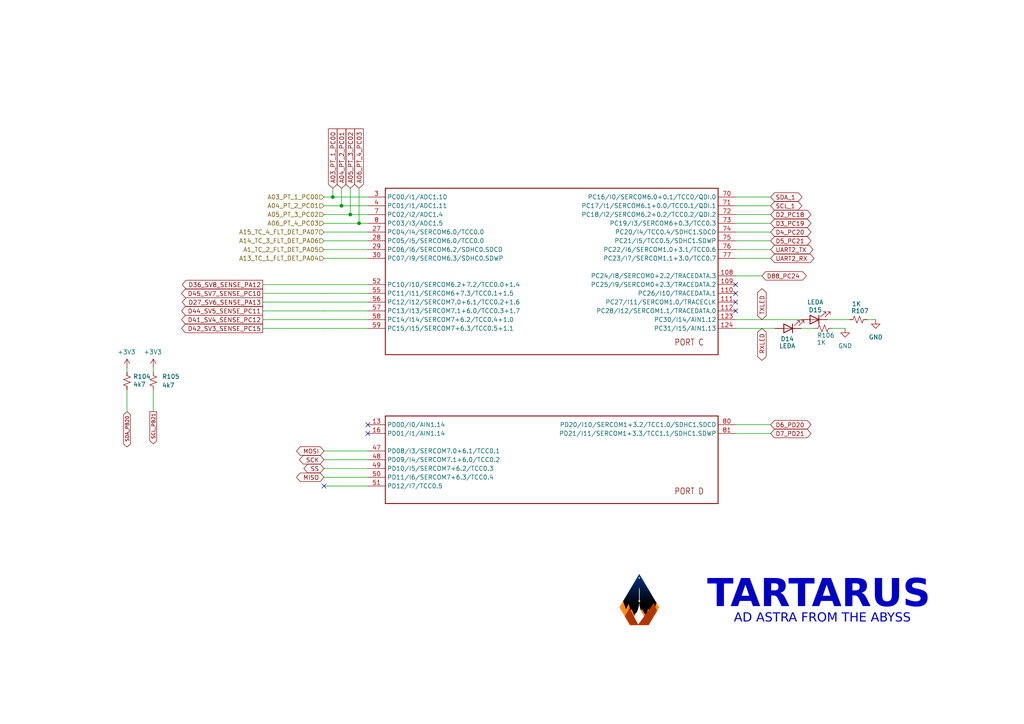
<source format=kicad_sch>
(kicad_sch (version 20250114) (generator "eeschema") (generator_version "9.0")
  (paper "A4")
  (lib_symbols
    (symbol "Adafruit Grand Central M4 Express rev B-eagle-import:SAMD51PXXA"
      (symbol "SAMD51PXXA_1_0"
        (polyline (pts (xy -55.88 22.86) (xy 55.88 22.86)) (stroke (width 0.254)))
        (polyline (pts (xy -55.88 -22.86) (xy -55.88 22.86)) (stroke (width 0.254)))
        (polyline (pts (xy 55.88 22.86) (xy 55.88 -22.86)) (stroke (width 0.254)))
        (polyline (pts (xy 55.88 -22.86) (xy -55.88 -22.86)) (stroke (width 0.254)))
        (text "PORT A" (at 45.72 -20.32 0) (effects (font (size 1.778 1.5113)) (justify left bottom)))
        (pin bidirectional line (at -60.96 20.32 0) (length 5.08) (name "PA00/I0/SERCOM1.0/TC2.0") (number "1"))
        (pin bidirectional line (at -60.96 17.78 0) (length 5.08) (name "PA01/I1/SERCOM1.1/TC2.1") (number "2"))
        (pin bidirectional line (at -60.96 15.24 0) (length 5.08) (name "PA02/I2/AIN0.0/VOUT0") (number "9"))
        (pin bidirectional line (at -60.96 12.7 0) (length 5.08) (name "PA03/I3/VREFA/AIN0.1") (number "10"))
        (pin bidirectional line (at -60.96 10.16 0) (length 5.08) (name "PA04/I4/VREFB/AIN0.4/SERCOM0.1/TC0.0/PTC") (number "21"))
        (pin bidirectional line (at -60.96 7.62 0) (length 5.08) (name "PA05/I5/AIN0.5/VOUT1/SERCOM0.2/TC0.1") (number "22"))
        (pin bidirectional line (at -60.96 5.08 0) (length 5.08) (name "PA06/I6/VREFC/AIN0.6/SERCOM0.1/TC1.0/PTC") (number "23"))
        (pin bidirectional line (at -60.96 2.54 0) (length 5.08) (name "PA07/I7/AIN0.7/SERCOM0.1/TC1.1/PTC") (number "24"))
        (pin bidirectional line (at -60.96 -2.54 0) (length 5.08) (name "PA08/I2C/AIN0.8+1.2/SERCOM0.0+2.1/I2SMCK1/TC0.0+TCC0.0+1.4/PTC") (number "33"))
        (pin bidirectional line (at -60.96 -5.08 0) (length 5.08) (name "PA09/I2C/I9/AIN0.9+1.3/SERCOM0.1+2.0/I2SFS0/TC0.1+TCC0.1+1.5/PTC") (number "34"))
        (pin bidirectional line (at -60.96 -7.62 0) (length 5.08) (name "PA10/I10/AIN0.10/SERCOM0+2.2/I2SCK1/TC1.0+TCC0.2+1.6/PTC") (number "35"))
        (pin bidirectional line (at -60.96 -10.16 0) (length 5.08) (name "PA11/I11/AIN0.11/SERCOM0+2.3/I2SDO/TC1.1+TCC0.3+1.7") (number "36"))
        (pin bidirectional line (at -60.96 -12.7 0) (length 5.08) (name "PA12/I12/I2C/SERCOM2.0+4.1/TC2.0+TCC0.7+1.3") (number "60"))
        (pin bidirectional line (at -60.96 -15.24 0) (length 5.08) (name "PA13/I13/I2C/SERCOM2.1+4.0/TC2.1+TCC0.7+1.3") (number "61"))
        (pin bidirectional line (at -60.96 -17.78 0) (length 5.08) (name "PA14/I14/SERCOM2+4.2/TC3.0+TCC2.0+1.2") (number "62"))
        (pin bidirectional line (at -60.96 -20.32 0) (length 5.08) (name "PA15/I15/SERCOM2+4.3/TC3.1+TCC2.1+1.3") (number "63"))
        (pin bidirectional line (at 60.96 20.32 180) (length 5.08) (name "PA16/I2C/I0/SERCOM1.0+3.1/TC2.0+TCC1.0+0.4/PTC") (number "66"))
        (pin bidirectional line (at 60.96 17.78 180) (length 5.08) (name "PA17/I2C/I1/SERCOM1.1+3.0/TC2.1+TCC1.1+0.5/PTC") (number "67"))
        (pin bidirectional line (at 60.96 15.24 180) (length 5.08) (name "PA18/I2/SERCOM1+3.2/TC3.0+TCC1.2+0.6/PTC") (number "68"))
        (pin bidirectional line (at 60.96 12.7 180) (length 5.08) (name "PA19/I3/SERCOM1+3.3/TC3.1+TCC1.3+0.7/PTC") (number "69"))
        (pin bidirectional line (at 60.96 10.16 180) (length 5.08) (name "PA20/I4/SERCOM3+5.2/I2SFS0/TC7.0+TCC1.4+0.0/PTC") (number "88"))
        (pin bidirectional line (at 60.96 7.62 180) (length 5.08) (name "PA21/I5/SERCOM3+5.3/I2SDO/TC7.1+TCC1.5+0.1/PTC") (number "89"))
        (pin bidirectional line (at 60.96 5.08 180) (length 5.08) (name "PA22/I2C/16/SERCOM3.0+5.1/I2SDI/TC4.0+TCC1.6+0.2/PTC") (number "92"))
        (pin bidirectional line (at 60.96 2.54 180) (length 5.08) (name "PA23/I2C/I7/SERCOM3.1+5.0/SOF/I2SFS1/TC4.1+TCC1.7+0.3/PTC") (number "93"))
        (pin bidirectional line (at 60.96 -2.54 180) (length 5.08) (name "PA24/I8/SERCOM3+5.2/D-") (number "94"))
        (pin bidirectional line (at 60.96 -5.08 180) (length 5.08) (name "PA25/19/SERCOM3+5.3/D+") (number "95"))
        (pin bidirectional line (at 60.96 -7.62 180) (length 5.08) (name "PA27/I11") (number "113"))
        (pin bidirectional line (at 60.96 -10.16 180) (length 5.08) (name "PA30/I14/SERCOM1.2/SWCLK") (number "119"))
        (pin bidirectional line (at 60.96 -12.7 180) (length 5.08) (name "PA31/I15/SERCOM1.3/SWDIO") (number "120"))
      )
      (symbol "SAMD51PXXA_2_0"
        (polyline (pts (xy -53.34 22.86) (xy 50.8 22.86)) (stroke (width 0.254)))
        (polyline (pts (xy -53.34 -27.94) (xy -53.34 22.86)) (stroke (width 0.254)))
        (polyline (pts (xy 50.8 22.86) (xy 50.8 -27.94)) (stroke (width 0.254)))
        (polyline (pts (xy 50.8 -27.94) (xy -53.34 -27.94)) (stroke (width 0.254)))
        (text "PORT B" (at 38.1 -25.4 0) (effects (font (size 1.778 1.5113)) (justify left bottom)))
        (pin bidirectional line (at -58.42 20.32 0) (length 5.08) (name "PB00/I0/AIN0.12/SERCOM5.2/TC7.0/PTC") (number "125"))
        (pin bidirectional line (at -58.42 17.78 0) (length 5.08) (name "PB01/I1/AIN0.13/SERCOM5.3/TC7.1/PTC") (number "126"))
        (pin bidirectional line (at -58.42 15.24 0) (length 5.08) (name "PB02/I2/AIN0.14/SERCOM5.0/TC6.0+TCC2.2/PTC") (number "127"))
        (pin bidirectional line (at -58.42 12.7 0) (length 5.08) (name "PB03/I3/AIN0.15/SERCOM5.1/TC6.1/PTC") (number "128"))
        (pin bidirectional line (at -58.42 10.16 0) (length 5.08) (name "PB04/I4/AIN1.6/PTC") (number "11"))
        (pin bidirectional line (at -58.42 7.62 0) (length 5.08) (name "PB05/I5/AIN1/7/PTC") (number "12"))
        (pin bidirectional line (at -58.42 5.08 0) (length 5.08) (name "PB06/I6/AIN1.8/PTC") (number "17"))
        (pin bidirectional line (at -58.42 2.54 0) (length 5.08) (name "PB07/I7/AIN1.9/PTC") (number "18"))
        (pin bidirectional line (at -58.42 -2.54 0) (length 5.08) (name "PB08/I8/AIN0.2+1.0/SERCOM4.0/TC4.0/PTC") (number "19"))
        (pin bidirectional line (at -58.42 -5.08 0) (length 5.08) (name "PB09/I9/AIN0.3+1.1/SERCOM4.1/TC4.0/PTC") (number "20"))
        (pin bidirectional line (at -58.42 -7.62 0) (length 5.08) (name "PB10/I10/SERCOM4.2/I2SDI/TC5.0+TCC0.4+1.0") (number "39"))
        (pin bidirectional line (at -58.42 -10.16 0) (length 5.08) (name "PB11/I11/SERCOM4.3/I2SFS1/TC5.1+TCC0.5+1.1") (number "40"))
        (pin bidirectional line (at -58.42 -12.7 0) (length 5.08) (name "PB12/I12/SERCOM4.0/I2SCK1/TC4.0+TCC3.0+0.1/PTC") (number "41"))
        (pin bidirectional line (at -58.42 -15.24 0) (length 5.08) (name "PB13/I13/SERCOM4.1/I2SMCK1/TC4.1+TCC3.1+0.1/PTC") (number "42"))
        (pin bidirectional line (at -58.42 -17.78 0) (length 5.08) (name "PB14/I14/SERCOM4.2/PCC8/TC5.0+TCC4.0+0.2/PTC") (number "43"))
        (pin bidirectional line (at -58.42 -20.32 0) (length 5.08) (name "PB15/I15/SERCOM4.3/PCC9/TC5.1/TCC4.1+0.3/PTC") (number "44"))
        (pin bidirectional line (at 55.88 20.32 180) (length 5.08) (name "PB16/I0/SERCOM5.0/I2SCK0/TC6.0+TCC3.0+0.4") (number "82"))
        (pin bidirectional line (at 55.88 17.78 180) (length 5.08) (name "PB17/SERCOM5.1/I2SMCK0/TC6.1+TCC3.1+0.5") (number "83"))
        (pin bidirectional line (at 55.88 15.24 180) (length 5.08) (name "PB18/I2/SERCOM5+7.2/TCC1.0+QDI.0") (number "84"))
        (pin bidirectional line (at 55.88 12.7 180) (length 5.08) (name "PB19/I3/SERCOM5+7.3/CC1.1/QDI.1") (number "85"))
        (pin bidirectional line (at 55.88 10.16 180) (length 5.08) (name "PB20/I4/SERCOM3.0+7.1/TCC1.2/QDI.2") (number "86"))
        (pin bidirectional line (at 55.88 7.62 180) (length 5.08) (name "PB21/SERCOM3.1+7.0/TCC1.3") (number "87"))
        (pin bidirectional line (at 55.88 5.08 180) (length 5.08) (name "PB22/I6/SERCOM1+5.2/TC7.0/QDI.2") (number "98"))
        (pin bidirectional line (at 55.88 2.54 180) (length 5.08) (name "PB23/I7/SERCOM1+5.3/TC7.1/QDI.0") (number "99"))
        (pin bidirectional line (at 55.88 -2.54 180) (length 5.08) (name "PB24/I8/SERCOM0.0+2.1/QDI.1") (number "100"))
        (pin bidirectional line (at 55.88 -5.08 180) (length 5.08) (name "PB25/SERCOM0.1+2.0/QDI.2") (number "101"))
        (pin bidirectional line (at 55.88 -7.62 180) (length 5.08) (name "PB26/I12/SERCOM2.0+4.1/TCC1.3") (number "102"))
        (pin bidirectional line (at 55.88 -10.16 180) (length 5.08) (name "PB27/I13/SERCOM2.1+4.0/TCC1.3") (number "103"))
        (pin bidirectional line (at 55.88 -12.7 180) (length 5.08) (name "PB28/I14/SEROM2+4.2/TCC1.4/I2SSCK.1") (number "104"))
        (pin bidirectional line (at 55.88 -15.24 180) (length 5.08) (name "PB29/I15/SERCOM2+4.3/TCC1.5/I2SMCK.1") (number "105"))
        (pin bidirectional line (at 55.88 -17.78 180) (length 5.08) (name "PB30/I14/SERCOM5.1/TC0.0+TCC4.0+0.6/SWO") (number "121"))
        (pin bidirectional line (at 55.88 -20.32 180) (length 5.08) (name "PB31/I15/SERCOM5.0/TC0.1+TCC4.1+0.7") (number "122"))
      )
      (symbol "SAMD51PXXA_3_0"
        (polyline (pts (xy -50.8 17.78) (xy 45.72 17.78)) (stroke (width 0.254)))
        (polyline (pts (xy -50.8 -30.48) (xy -50.8 17.78)) (stroke (width 0.254)))
        (polyline (pts (xy 45.72 17.78) (xy 45.72 -30.48)) (stroke (width 0.254)))
        (polyline (pts (xy 45.72 -30.48) (xy -50.8 -30.48)) (stroke (width 0.254)))
        (text "PORT C" (at 33.02 -27.94 0) (effects (font (size 1.778 1.5113)) (justify left bottom)))
        (pin bidirectional line (at -55.88 15.24 0) (length 5.08) (name "PC00/I1/ADC1.10") (number "3"))
        (pin bidirectional line (at -55.88 12.7 0) (length 5.08) (name "PC01/I1/ADC1.11") (number "4"))
        (pin bidirectional line (at -55.88 10.16 0) (length 5.08) (name "PC02/I2/ADC1.4") (number "7"))
        (pin bidirectional line (at -55.88 7.62 0) (length 5.08) (name "PC03/I3/ADC1.5") (number "8"))
        (pin bidirectional line (at -55.88 5.08 0) (length 5.08) (name "PC04/I4/SERCOM6.0/TCC0.0") (number "27"))
        (pin bidirectional line (at -55.88 2.54 0) (length 5.08) (name "PC05/I5/SERCOM6.0/TCC0.0") (number "28"))
        (pin bidirectional line (at -55.88 0 0) (length 5.08) (name "PC06/I6/SERCOM6.2/SDHC0.SDCD") (number "29"))
        (pin bidirectional line (at -55.88 -2.54 0) (length 5.08) (name "PC07/I9/SERCOM6.3/SDHC0.SDWP") (number "30"))
        (pin bidirectional line (at -55.88 -10.16 0) (length 5.08) (name "PC10/I10/SERCOM6.2+7.2/TCC0.0+1.4") (number "52"))
        (pin bidirectional line (at -55.88 -12.7 0) (length 5.08) (name "PC11/I11/SERCOM6+7.3/TCC0.1+1.5") (number "55"))
        (pin bidirectional line (at -55.88 -15.24 0) (length 5.08) (name "PC12/I12/SERCOM7.0+6.1/TCC0.2+1.6") (number "56"))
        (pin bidirectional line (at -55.88 -17.78 0) (length 5.08) (name "PC13/I13/SERCOM7.1+6.0/TCC0.3+1.7") (number "57"))
        (pin bidirectional line (at -55.88 -20.32 0) (length 5.08) (name "PC14/I14/SERCOM7+6.2/TCC0.4+1.0") (number "58"))
        (pin bidirectional line (at -55.88 -22.86 0) (length 5.08) (name "PC15/I15/SERCOM7+6.3/TCC0.5+1.1") (number "59"))
        (pin bidirectional line (at 50.8 15.24 180) (length 5.08) (name "PC16/I0/SERCOM6.0+0.1/TCC0/QDI.0") (number "70"))
        (pin bidirectional line (at 50.8 12.7 180) (length 5.08) (name "PC17/I1/SERCOM6.1+0.0/TCC0.1/QDI.1") (number "71"))
        (pin bidirectional line (at 50.8 10.16 180) (length 5.08) (name "PC18/I2/SERCOM6.2+0.2/TCC0.2/QDI.2") (number "72"))
        (pin bidirectional line (at 50.8 7.62 180) (length 5.08) (name "PC19/I3/SERCOM6+0.3/TCC0.3") (number "73"))
        (pin bidirectional line (at 50.8 5.08 180) (length 5.08) (name "PC20/I4/TCC0.4/SDHC1.SDCD") (number "74"))
        (pin bidirectional line (at 50.8 2.54 180) (length 5.08) (name "PC21/I5/TCC0.5/SDHC1.SDWP") (number "75"))
        (pin bidirectional line (at 50.8 0 180) (length 5.08) (name "PC22/I6/SERCOM1.0+3.1/TCC0.6") (number "76"))
        (pin bidirectional line (at 50.8 -2.54 180) (length 5.08) (name "PC23/I7/SERCOM1.1+3.0/TCC0.7") (number "77"))
        (pin bidirectional line (at 50.8 -7.62 180) (length 5.08) (name "PC24/I8/SERCOM0+2.2/TRACEDATA.3") (number "108"))
        (pin bidirectional line (at 50.8 -10.16 180) (length 5.08) (name "PC25/I9/SERCOM0+2.3/TRACEDATA.2") (number "109"))
        (pin bidirectional line (at 50.8 -12.7 180) (length 5.08) (name "PC26/I10/TRACEDATA.1") (number "110"))
        (pin bidirectional line (at 50.8 -15.24 180) (length 5.08) (name "PC27/I11/SERCOM1.0/TRACECLK") (number "111"))
        (pin bidirectional line (at 50.8 -17.78 180) (length 5.08) (name "PC28/I12/SERCOM1.1/TRACEDATA.0") (number "112"))
        (pin bidirectional line (at 50.8 -20.32 180) (length 5.08) (name "PC30/I14/AIN1.12") (number "123"))
        (pin bidirectional line (at 50.8 -22.86 180) (length 5.08) (name "PC31/I15/AIN1.13") (number "124"))
      )
      (symbol "SAMD51PXXA_4_0"
        (polyline (pts (xy -48.26 15.24) (xy 48.26 15.24)) (stroke (width 0.254)))
        (polyline (pts (xy -48.26 -10.16) (xy -48.26 15.24)) (stroke (width 0.254)))
        (polyline (pts (xy 48.26 15.24) (xy 48.26 -10.16)) (stroke (width 0.254)))
        (polyline (pts (xy 48.26 -10.16) (xy -48.26 -10.16)) (stroke (width 0.254)))
        (text "PORT D" (at 35.56 -7.62 0) (effects (font (size 1.778 1.5113)) (justify left bottom)))
        (pin bidirectional line (at -53.34 12.7 0) (length 5.08) (name "PD00/I0/AIN1.14") (number "13"))
        (pin bidirectional line (at -53.34 10.16 0) (length 5.08) (name "PD01/I1/AIN1.14") (number "16"))
        (pin bidirectional line (at -53.34 5.08 0) (length 5.08) (name "PD08/I3/SERCOM7.0+6.1/TCC0.1") (number "47"))
        (pin bidirectional line (at -53.34 2.54 0) (length 5.08) (name "PD09/I4/SERCOM7.1+6.0/TCC0.2") (number "48"))
        (pin bidirectional line (at -53.34 0 0) (length 5.08) (name "PD10/I5/SERCOM7+6.2/TCC0.3") (number "49"))
        (pin bidirectional line (at -53.34 -2.54 0) (length 5.08) (name "PD11/I6/SERCOM7+6.3/TCC0.4") (number "50"))
        (pin bidirectional line (at -53.34 -5.08 0) (length 5.08) (name "PD12/I7/TCC0.5") (number "51"))
        (pin bidirectional line (at 53.34 12.7 180) (length 5.08) (name "PD20/I10/SERCOM1+3.2/TCC1.0/SDHC1.SDCD") (number "80"))
        (pin bidirectional line (at 53.34 10.16 180) (length 5.08) (name "PD21/I11/SERCOM1+3.3/TCC1.1/SDHC1.SDWP") (number "81"))
      )
      (symbol "SAMD51PXXA_5_0"
        (polyline (pts (xy -15.24 25.4) (xy 15.24 25.4)) (stroke (width 0.254)))
        (polyline (pts (xy -15.24 -35.56) (xy -15.24 25.4)) (stroke (width 0.254)))
        (polyline (pts (xy 15.24 25.4) (xy 15.24 -35.56)) (stroke (width 0.254)))
        (polyline (pts (xy 15.24 -35.56) (xy -15.24 -35.56)) (stroke (width 0.254)))
        (text "POWER" (at 2.54 -33.02 0) (effects (font (size 1.778 1.5113)) (justify left bottom)))
        (pin bidirectional line (at -20.32 22.86 0) (length 5.08) (name "~{RESET}") (number "114"))
        (pin bidirectional line (at -20.32 17.78 0) (length 5.08) (name "VDDANA") (number "6"))
        (pin bidirectional line (at -20.32 15.24 0) (length 5.08) (name "VDDANA1") (number "15"))
        (pin bidirectional line (at -20.32 12.7 0) (length 5.08) (name "VDDANA2") (number "26"))
        (pin bidirectional line (at -20.32 5.08 0) (length 5.08) (name "VDDCORE") (number "115"))
        (pin bidirectional line (at -20.32 -2.54 0) (length 5.08) (name "VSW") (number "117"))
        (pin bidirectional line (at -20.32 -7.62 0) (length 5.08) (name "VDDIOB") (number "32"))
        (pin bidirectional line (at -20.32 -10.16 0) (length 5.08) (name "VDDIOB1") (number "37"))
        (pin bidirectional line (at -20.32 -15.24 0) (length 5.08) (name "VDDIO") (number "46"))
        (pin bidirectional line (at -20.32 -17.78 0) (length 5.08) (name "VDDIO1") (number "54"))
        (pin bidirectional line (at -20.32 -20.32 0) (length 5.08) (name "VDDIO2") (number "65"))
        (pin bidirectional line (at -20.32 -22.86 0) (length 5.08) (name "VDDIO3") (number "79"))
        (pin bidirectional line (at -20.32 -25.4 0) (length 5.08) (name "VDDIO4") (number "91"))
        (pin bidirectional line (at -20.32 -27.94 0) (length 5.08) (name "VDDIO5") (number "97"))
        (pin bidirectional line (at -20.32 -30.48 0) (length 5.08) (name "VDDIO6") (number "107"))
        (pin bidirectional line (at -20.32 -33.02 0) (length 5.08) (name "VDDIO7") (number "118"))
        (pin bidirectional line (at 20.32 22.86 180) (length 5.08) (name "GNDIO") (number "116"))
        (pin bidirectional line (at 20.32 17.78 180) (length 5.08) (name "GNDANA") (number "14"))
        (pin bidirectional line (at 20.32 15.24 180) (length 5.08) (name "GNDANA1") (number "25"))
        (pin bidirectional line (at 20.32 7.62 180) (length 5.08) (name "GND") (number "5"))
        (pin bidirectional line (at 20.32 5.08 180) (length 5.08) (name "GND1") (number "31"))
        (pin bidirectional line (at 20.32 2.54 180) (length 5.08) (name "GND2") (number "38"))
        (pin bidirectional line (at 20.32 0 180) (length 5.08) (name "GND3") (number "45"))
        (pin bidirectional line (at 20.32 -2.54 180) (length 5.08) (name "GND4") (number "53"))
        (pin bidirectional line (at 20.32 -5.08 180) (length 5.08) (name "GND5") (number "64"))
        (pin bidirectional line (at 20.32 -7.62 180) (length 5.08) (name "GND6") (number "78"))
        (pin bidirectional line (at 20.32 -10.16 180) (length 5.08) (name "GND7") (number "90"))
        (pin bidirectional line (at 20.32 -12.7 180) (length 5.08) (name "GND8") (number "96"))
        (pin bidirectional line (at 20.32 -15.24 180) (length 5.08) (name "GND9") (number "106"))
      )
    )
    (symbol "Device:LED" (pin_numbers (hide yes)) (pin_names (offset 1.016) (hide yes))
      (property "Reference" "D" (at 0 2.54 0))
      (property "Value" "LED" (at 0 -2.54 0))
      (symbol "LED_0_1"
        (polyline (pts (xy -3.048 -0.762) (xy -4.572 -2.286) (xy -3.81 -2.286) (xy -4.572 -2.286) (xy -4.572 -1.524)))
        (polyline (pts (xy -1.778 -0.762) (xy -3.302 -2.286) (xy -2.54 -2.286) (xy -3.302 -2.286) (xy -3.302 -1.524)))
        (polyline (pts (xy -1.27 0) (xy 1.27 0)))
        (polyline (pts (xy -1.27 -1.27) (xy -1.27 1.27)) (stroke (width 0.254)))
        (polyline (pts (xy 1.27 -1.27) (xy 1.27 1.27) (xy -1.27 0) (xy 1.27 -1.27)) (stroke (width 0.254)))
      )
      (symbol "LED_1_1"
        (pin passive line (at -3.81 0 0) (length 2.54) (name "K") (number "1"))
        (pin passive line (at 3.81 0 180) (length 2.54) (name "A") (number "2"))
      )
    )
    (symbol "Device:R_Small_US" (pin_numbers (hide yes)) (pin_names (offset 0.254) (hide yes))
      (property "Reference" "R" (at 0.762 0.508 0))
      (property "Value" "R_Small_US" (at 0.762 -1.016 0))
      (symbol "R_Small_US_1_1"
        (polyline (pts (xy 0 1.524) (xy 1.016 1.143) (xy 0 0.762) (xy -1.016 0.381) (xy 0 0)))
        (polyline (pts (xy 0 0) (xy 1.016 -0.381) (xy 0 -0.762) (xy -1.016 -1.143) (xy 0 -1.524)))
        (pin passive line (at 0 2.54 270) (length 1.016) (name "~") (number "1"))
        (pin passive line (at 0 -2.54 90) (length 1.016) (name "~") (number "2"))
      )
    )
    (symbol "power:+3.3V" (power) (pin_numbers (hide yes)) (pin_names (offset 0) (hide yes))
      (property "Value" "+3.3V" (at 0 3.556 0))
      (symbol "+3.3V_0_1"
        (polyline (pts (xy -0.762 1.27) (xy 0 2.54)))
        (polyline (pts (xy 0 2.54) (xy 0.762 1.27)))
        (polyline (pts (xy 0 0) (xy 0 2.54)))
      )
      (symbol "+3.3V_1_1"
        (pin power_in line (at 0 0 90) (length 0) (name "~") (number "1"))
      )
    )
    (symbol "power:GND" (power) (pin_numbers (hide yes)) (pin_names (offset 0) (hide yes))
      (property "Value" "GND" (at 0 -3.81 0))
      (symbol "GND_0_1"
        (polyline (pts (xy 0 0) (xy 0 -1.27) (xy 1.27 -1.27) (xy 0 -2.54) (xy -1.27 -1.27) (xy 0 -1.27)))
      )
      (symbol "GND_1_1"
        (pin power_in line (at 0 0 270) (length 0) (name "~") (number "1"))
      )
    )
  )
  (text "AD ASTRA FROM THE ABYSS" (at 238.506 180.086 0) (effects (font (size 2.6 2.6))))
  (text "TARTARUS" (at 237.49 174.752 0) (effects (font (size 8 8) (thickness 1.6) (bold yes))))
  (junction (at 99.06 59.69))
  (junction (at 101.6 62.23))
  (junction (at 96.52 57.15))
  (junction (at 104.14 64.77))
  (no_connect (at 93.98 140.97))
  (no_connect (at 106.68 123.19))
  (no_connect (at 213.36 90.17))
  (no_connect (at 213.36 85.09))
  (no_connect (at 213.36 82.55))
  (no_connect (at 213.36 87.63))
  (no_connect (at 106.68 125.73))
  (wire (pts (xy 213.36 125.73) (xy 223.52 125.73)) (stroke (width 0.1524)))
  (wire (pts (xy 76.2 87.63) (xy 93.98 87.63)))
  (wire (pts (xy 99.06 54.61) (xy 99.06 59.69)))
  (wire (pts (xy 106.68 82.55) (xy 93.98 82.55)) (stroke (width 0.1524)))
  (wire (pts (xy 213.36 59.69) (xy 223.52 59.69)) (stroke (width 0.1524)))
  (wire (pts (xy 251.46 92.71) (xy 254 92.71)))
  (wire (pts (xy 213.36 72.39) (xy 223.52 72.39)) (stroke (width 0.1524)))
  (wire (pts (xy 106.68 95.25) (xy 93.98 95.25)) (stroke (width 0.1524)))
  (wire (pts (xy 76.2 85.09) (xy 93.98 85.09)))
  (wire (pts (xy 213.36 123.19) (xy 223.52 123.19)) (stroke (width 0.1524)))
  (wire (pts (xy 213.36 64.77) (xy 223.52 64.77)) (stroke (width 0.1524)))
  (wire (pts (xy 93.98 64.77) (xy 104.14 64.77)))
  (wire (pts (xy 213.36 69.85) (xy 223.52 69.85)) (stroke (width 0.1524)))
  (wire (pts (xy 106.68 140.97) (xy 93.98 140.97)) (stroke (width 0.1524)))
  (wire (pts (xy 76.2 90.17) (xy 93.98 90.17)))
  (wire (pts (xy 220.98 92.71) (xy 232.41 92.71)))
  (wire (pts (xy 213.36 74.93) (xy 223.52 74.93)) (stroke (width 0.1524)))
  (wire (pts (xy 213.36 80.01) (xy 220.98 80.01)) (stroke (width 0.1524)))
  (wire (pts (xy 93.98 57.15) (xy 96.52 57.15)))
  (wire (pts (xy 101.6 54.61) (xy 101.6 62.23)))
  (wire (pts (xy 44.45 106.68) (xy 44.45 107.95)))
  (wire (pts (xy 236.22 95.25) (xy 232.41 95.25)))
  (wire (pts (xy 106.68 87.63) (xy 93.98 87.63)) (stroke (width 0.1524)))
  (wire (pts (xy 101.6 62.23) (xy 106.68 62.23)))
  (wire (pts (xy 240.03 92.71) (xy 246.38 92.71)))
  (wire (pts (xy 106.68 74.93) (xy 93.98 74.93)) (stroke (width 0.1524)))
  (wire (pts (xy 99.06 59.69) (xy 106.68 59.69)))
  (wire (pts (xy 213.36 95.25) (xy 220.98 95.25)) (stroke (width 0.1524)))
  (wire (pts (xy 106.68 135.89) (xy 93.98 135.89)) (stroke (width 0.1524)))
  (wire (pts (xy 106.68 90.17) (xy 93.98 90.17)) (stroke (width 0.1524)))
  (wire (pts (xy 76.2 82.55) (xy 93.98 82.55)))
  (wire (pts (xy 106.68 85.09) (xy 93.98 85.09)) (stroke (width 0.1524)))
  (wire (pts (xy 104.14 54.61) (xy 104.14 64.77)))
  (wire (pts (xy 106.68 130.81) (xy 93.98 130.81)) (stroke (width 0.1524)))
  (wire (pts (xy 36.83 113.03) (xy 36.83 119.38)))
  (wire (pts (xy 106.68 69.85) (xy 93.98 69.85)) (stroke (width 0.1524)))
  (wire (pts (xy 213.36 67.31) (xy 223.52 67.31)) (stroke (width 0.1524)))
  (wire (pts (xy 93.98 59.69) (xy 99.06 59.69)))
  (wire (pts (xy 213.36 92.71) (xy 220.98 92.71)) (stroke (width 0.1524)))
  (wire (pts (xy 36.83 106.68) (xy 36.83 107.95)))
  (wire (pts (xy 241.3 95.25) (xy 245.11 95.25)))
  (wire (pts (xy 96.52 54.61) (xy 96.52 57.15)))
  (wire (pts (xy 106.68 138.43) (xy 93.98 138.43)) (stroke (width 0.1524)))
  (wire (pts (xy 96.52 57.15) (xy 106.68 57.15)))
  (wire (pts (xy 106.68 72.39) (xy 93.98 72.39)) (stroke (width 0.1524)))
  (wire (pts (xy 76.2 92.71) (xy 93.98 92.71)))
  (wire (pts (xy 106.68 133.35) (xy 93.98 133.35)) (stroke (width 0.1524)))
  (wire (pts (xy 106.68 67.31) (xy 93.98 67.31)) (stroke (width 0.1524)))
  (wire (pts (xy 104.14 64.77) (xy 106.68 64.77)))
  (wire (pts (xy 220.98 95.25) (xy 224.79 95.25)))
  (wire (pts (xy 213.36 57.15) (xy 223.52 57.15)) (stroke (width 0.1524)))
  (wire (pts (xy 76.2 95.25) (xy 93.98 95.25)))
  (wire (pts (xy 106.68 92.71) (xy 93.98 92.71)) (stroke (width 0.1524)))
  (wire (pts (xy 93.98 62.23) (xy 101.6 62.23)))
  (wire (pts (xy 44.45 113.03) (xy 44.45 119.38)))
  (wire (pts (xy 213.36 62.23) (xy 223.52 62.23)) (stroke (width 0.1524)))
  (image (at 185.42 175.26) (scale 0.0421478))
  (global_label "RXLED" (shape bidirectional) (at 220.98 95.25 270) (effects (font (size 1.2446 1.2446))) (property "Intersheetrefs" "${INTERSHEET_REFS}" (effects (hide yes))))
  (global_label "SS" (shape bidirectional) (at 93.98 135.89 180) (effects (font (size 1.2446 1.2446))) (property "Intersheetrefs" "${INTERSHEET_REFS}" (effects (hide yes))))
  (global_label "D42_SV3_SENSE_PC15" (shape output) (at 76.2 95.25 180) (property "Intersheetrefs" "${INTERSHEET_REFS}" (effects (hide yes))))
  (global_label "SDA_PB20" (shape bidirectional) (at 36.83 119.38 270) (effects (font (size 1 1))) (property "Intersheetrefs" "${INTERSHEET_REFS}" (effects (hide yes))))
  (global_label "UART2_RX" (shape bidirectional) (at 223.52 74.93 0) (effects (font (size 1.2446 1.2446))) (property "Intersheetrefs" "${INTERSHEET_REFS}" (effects (hide yes))))
  (global_label "MOSI" (shape bidirectional) (at 93.98 130.81 180) (effects (font (size 1.2446 1.2446))) (property "Intersheetrefs" "${INTERSHEET_REFS}" (effects (hide yes))))
  (global_label "D27_SV6_SENSE_PA13" (shape output) (at 76.2 87.63 180) (property "Intersheetrefs" "${INTERSHEET_REFS}" (effects (hide yes))))
  (global_label "A04_PT_2_PC01" (shape input) (at 99.06 54.61 90) (property "Intersheetrefs" "${INTERSHEET_REFS}" (effects (hide yes))))
  (global_label "A05_PT_3_PC02" (shape input) (at 101.6 54.61 90) (property "Intersheetrefs" "${INTERSHEET_REFS}" (effects (hide yes))))
  (global_label "SCL_PB21" (shape output) (at 44.45 119.38 270) (effects (font (size 1 1))) (property "Intersheetrefs" "${INTERSHEET_REFS}" (effects (hide yes))))
  (global_label "D7_PD21" (shape bidirectional) (at 223.52 125.73 0) (effects (font (size 1.2446 1.2446))) (property "Intersheetrefs" "${INTERSHEET_REFS}" (effects (hide yes))))
  (global_label "SCL_1" (shape bidirectional) (at 223.52 59.69 0) (effects (font (size 1.2446 1.2446))) (property "Intersheetrefs" "${INTERSHEET_REFS}" (effects (hide yes))))
  (global_label "UART2_TX" (shape bidirectional) (at 223.52 72.39 0) (effects (font (size 1.2446 1.2446))) (property "Intersheetrefs" "${INTERSHEET_REFS}" (effects (hide yes))))
  (global_label "D45_SV7_SENSE_PC10" (shape output) (at 76.2 85.09 180) (property "Intersheetrefs" "${INTERSHEET_REFS}" (effects (hide yes))))
  (global_label "D4_PC20" (shape bidirectional) (at 223.52 67.31 0) (effects (font (size 1.2446 1.2446))) (property "Intersheetrefs" "${INTERSHEET_REFS}" (effects (hide yes))))
  (global_label "D5_PC21" (shape bidirectional) (at 223.52 69.85 0) (effects (font (size 1.2446 1.2446))) (property "Intersheetrefs" "${INTERSHEET_REFS}" (effects (hide yes))))
  (global_label "D3_PC19" (shape bidirectional) (at 223.52 64.77 0) (effects (font (size 1.2446 1.2446))) (property "Intersheetrefs" "${INTERSHEET_REFS}" (effects (hide yes))))
  (global_label "A06_PT_4_PC03" (shape input) (at 104.14 54.61 90) (property "Intersheetrefs" "${INTERSHEET_REFS}" (effects (hide yes))))
  (global_label "SDA_1" (shape bidirectional) (at 223.52 57.15 0) (effects (font (size 1.2446 1.2446))) (property "Intersheetrefs" "${INTERSHEET_REFS}" (effects (hide yes))))
  (global_label "D44_SV5_SENSE_PC11" (shape output) (at 76.2 90.17 180) (property "Intersheetrefs" "${INTERSHEET_REFS}" (effects (hide yes))))
  (global_label "D2_PC18" (shape bidirectional) (at 223.52 62.23 0) (effects (font (size 1.2446 1.2446))) (property "Intersheetrefs" "${INTERSHEET_REFS}" (effects (hide yes))))
  (global_label "D88_PC24" (shape bidirectional) (at 220.98 80.01 0) (effects (font (size 1.2446 1.2446))) (property "Intersheetrefs" "${INTERSHEET_REFS}" (effects (hide yes))))
  (global_label "D6_PD20" (shape bidirectional) (at 223.52 123.19 0) (effects (font (size 1.2446 1.2446))) (property "Intersheetrefs" "${INTERSHEET_REFS}" (effects (hide yes))))
  (global_label "D36_SV8_SENSE_PA12" (shape output) (at 76.2 82.55 180) (property "Intersheetrefs" "${INTERSHEET_REFS}" (effects (hide yes))))
  (global_label "SCK" (shape bidirectional) (at 93.98 133.35 180) (effects (font (size 1.2446 1.2446))) (property "Intersheetrefs" "${INTERSHEET_REFS}" (effects (hide yes))))
  (global_label "A03_PT_1_PC00" (shape input) (at 96.52 54.61 90) (property "Intersheetrefs" "${INTERSHEET_REFS}" (effects (hide yes))))
  (global_label "D41_SV4_SENSE_PC12" (shape output) (at 76.2 92.71 180) (property "Intersheetrefs" "${INTERSHEET_REFS}" (effects (hide yes))))
  (global_label "TXLED" (shape bidirectional) (at 220.98 92.71 90) (effects (font (size 1.2446 1.2446))) (property "Intersheetrefs" "${INTERSHEET_REFS}" (effects (hide yes))))
  (global_label "MISO" (shape bidirectional) (at 93.98 138.43 180) (effects (font (size 1.2446 1.2446))) (property "Intersheetrefs" "${INTERSHEET_REFS}" (effects (hide yes))))
  (hierarchical_label "A13_TC_1_FLT_DET_PA04" (shape input) (at 93.98 74.93 180))
  (hierarchical_label "A14_TC_3_FLT_DET_PA06" (shape input) (at 93.98 69.85 180))
  (hierarchical_label "A05_PT_3_PC02" (shape input) (at 93.98 62.23 180))
  (hierarchical_label "A15_TC_4_FLT_DET_PA07" (shape input) (at 93.98 67.31 180))
  (hierarchical_label "A1_TC_2_FLT_DET_PA05" (shape input) (at 93.98 72.39 180))
  (hierarchical_label "A04_PT_2_PC01" (shape input) (at 93.98 59.69 180))
  (hierarchical_label "A06_PT_4_PC03" (shape input) (at 93.98 64.77 180))
  (hierarchical_label "A03_PT_1_PC00" (shape input) (at 93.98 57.15 180))
  (symbol (lib_id "power:GND") (at 254 92.71 0) (unit 1)
    (property "Reference" "#PWR0171" (effects (hide yes)))
    (property "Value" "GND" (at 254 97.79 0))
    (property "Description" "Power symbol creates a global label with name \"GND\" , ground" (effects (hide yes)))
  )
  (symbol (lib_id "Device:R_Small_US") (at 238.76 95.25 270) (unit 1)
    (property "Reference" "R106" (at 239.522 97.282 90))
    (property "Value" "1K" (at 238.252 99.314 90))
    (property "Footprint" "Resistor_SMD:R_0603_1608Metric" (effects (hide yes)))
    (property "Description" "Resistor, small US symbol" (effects (hide yes)))
  )
  (symbol (lib_id "power:GND") (at 245.11 95.25 0) (unit 1)
    (property "Reference" "#PWR0170" (effects (hide yes)))
    (property "Value" "GND" (at 245.11 100.33 0))
    (property "Description" "Power symbol creates a global label with name \"GND\" , ground" (effects (hide yes)))
  )
  (symbol (lib_id "Device:LED") (at 228.6 95.25 180) (unit 1)
    (property "Reference" "D14" (at 228.346 98.298 0))
    (property "Value" "LEDA" (at 228.346 100.33 0))
    (property "Footprint" "LED_SMD:LED_0603_1608Metric" (effects (hide yes)))
    (property "Description" "Light emitting diode" (effects (hide yes)))
    (property "Sim.Pins" "1=K 2=A" (effects (hide yes)))
  )
  (symbol (lib_id "Device:R_Small_US") (at 36.83 110.49 0) (unit 1)
    (property "Reference" "R104" (at 38.608 109.22 0) (effects (justify left)))
    (property "Value" "4k7" (at 38.608 111.506 0) (effects (justify left)))
    (property "Footprint" "Resistor_SMD:R_0603_1608Metric" (effects (hide yes)))
    (property "Description" "Resistor, small US symbol" (effects (hide yes)))
  )
  (symbol (lib_id "power:+3.3V") (at 44.45 106.68 0) (unit 1)
    (property "Reference" "#PWR0169" (effects (hide yes)))
    (property "Value" "+3V3" (at 41.656 102.108 0) (effects (justify left)))
    (property "Description" "Power symbol creates a global label with name \"+3.3V\"" (effects (hide yes)))
  )
  (symbol (lib_id "Device:R_Small_US") (at 44.45 110.49 0) (unit 1)
    (property "Reference" "R105" (at 46.99 109.2199 0) (effects (justify left)))
    (property "Value" "4k7" (at 46.99 111.7599 0) (effects (justify left)))
    (property "Footprint" "Resistor_SMD:R_0603_1608Metric" (effects (hide yes)))
    (property "Description" "Resistor, small US symbol" (effects (hide yes)))
  )
  (symbol (lib_id "Adafruit Grand Central M4 Express rev B-eagle-import:SAMD51PXXA") (at 160.02 135.89 0) (unit 4)
    (property "Reference" "U$1" (effects (hide yes)))
    (property "Value" "SAMD51PXXA" (effects (hide yes)))
    (property "Footprint" "Barrett_Footprints:SAMD51P20A-AF" (effects (hide yes)))
  )
  (symbol (lib_id "Device:LED") (at 236.22 92.71 180) (unit 1)
    (property "Reference" "D15" (at 236.474 89.916 0))
    (property "Value" "LEDA" (at 236.474 87.63 0))
    (property "Footprint" "LED_SMD:LED_0603_1608Metric" (effects (hide yes)))
    (property "Description" "Light emitting diode" (effects (hide yes)))
    (property "Sim.Pins" "1=K 2=A" (effects (hide yes)))
  )
  (symbol (lib_id "Adafruit Grand Central M4 Express rev B-eagle-import:SAMD51PXXA") (at 162.56 72.39 0) (unit 3)
    (property "Reference" "U$1" (effects (hide yes)))
    (property "Value" "SAMD51PXXA" (effects (hide yes)))
    (property "Footprint" "Barrett_Footprints:SAMD51P20A-AF" (effects (hide yes)))
  )
  (symbol (lib_id "Device:R_Small_US") (at 248.92 92.71 90) (unit 1)
    (property "Reference" "R107" (at 249.428 90.17 90))
    (property "Value" "1K" (at 248.412 88.138 90))
    (property "Footprint" "Resistor_SMD:R_0603_1608Metric" (effects (hide yes)))
    (property "Description" "Resistor, small US symbol" (effects (hide yes)))
  )
  (symbol (lib_id "power:+3.3V") (at 36.83 106.68 0) (unit 1)
    (property "Reference" "#PWR0168" (effects (hide yes)))
    (property "Value" "+3V3" (at 34.036 102.108 0) (effects (justify left)))
    (property "Description" "Power symbol creates a global label with name \"+3.3V\"" (effects (hide yes)))
  )
)
</source>
